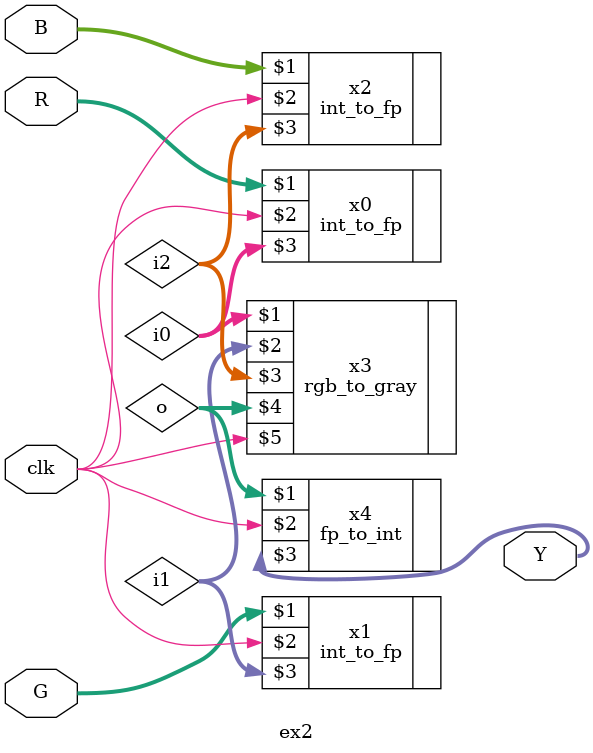
<source format=v>
module ex2(R,G,B,clk,Y);
  input [7:0] R,G,B;
  input clk;
  
  output [31:0] Y;
  
  wire [31:0] i0,i1,i2,o;
  int_to_fp x0(R,clk,i0);
  int_to_fp x1(G,clk,i1);
  int_to_fp x2(B,clk,i2);
  
  rgb_to_gray x3(i0,i1,i2,o,clk);
  
  fp_to_int x4(o,clk,Y);
endmodule

</source>
